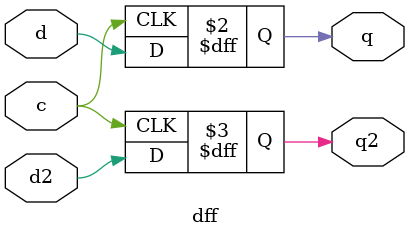
<source format=v>
module dff(q,q2,d,d2,c);
output q,q2;
 input d,c,d2;
 reg q,q2;
 
	always @ (posedge c)
	   begin 
		 q<=d;
	     q2<=d2;
	   end
endmodule

</source>
